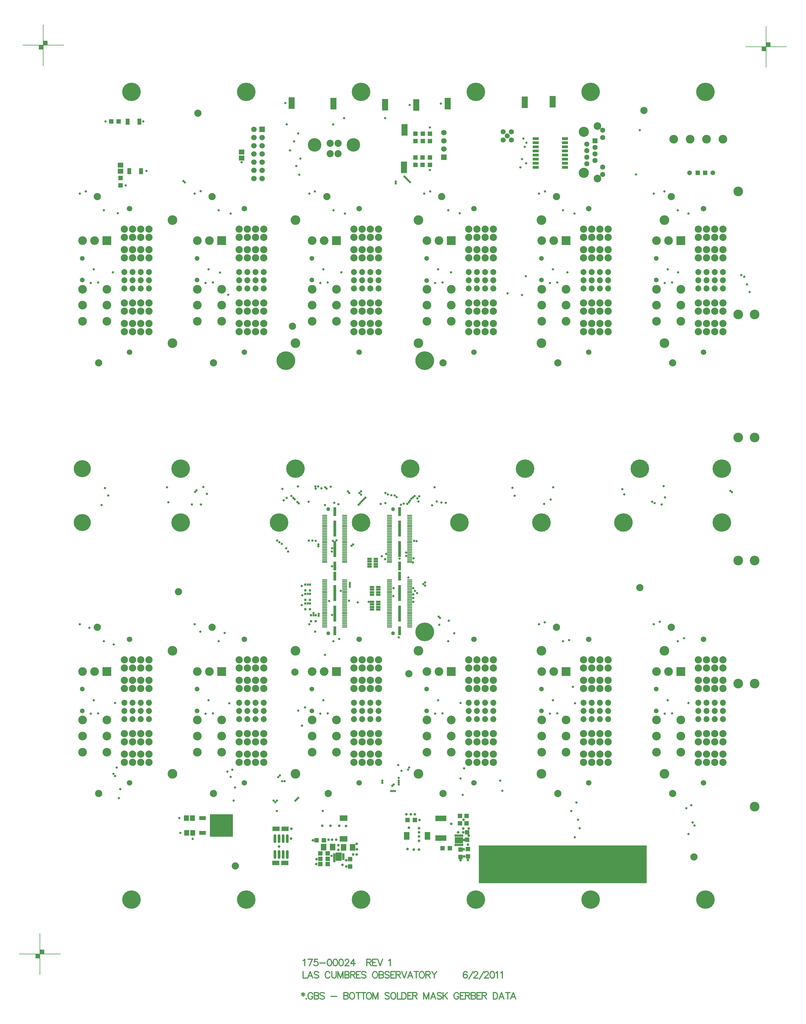
<source format=gbs>
%FSLAX23Y23*%
%MOIN*%
G70*
G01*
G75*
G04 Layer_Color=16711935*
%ADD10R,0.035X0.037*%
%ADD11R,0.035X0.037*%
%ADD12R,0.036X0.036*%
%ADD13R,0.036X0.028*%
%ADD14R,0.050X0.050*%
%ADD15R,0.050X0.050*%
%ADD16C,0.005*%
%ADD17C,0.010*%
%ADD18C,0.050*%
%ADD19C,0.012*%
%ADD20C,0.012*%
%ADD21C,0.008*%
%ADD22C,0.012*%
%ADD23C,0.157*%
%ADD24C,0.079*%
%ADD25C,0.020*%
%ADD26C,0.220*%
%ADD27C,0.039*%
%ADD28C,0.055*%
%ADD29R,0.055X0.055*%
%ADD30C,0.116*%
%ADD31C,0.085*%
%ADD32R,0.098X0.098*%
%ADD33C,0.098*%
%ADD34C,0.080*%
%ADD35C,0.065*%
%ADD36C,0.059*%
%ADD37C,0.055*%
%ADD38R,0.059X0.059*%
%ADD39C,0.110*%
%ADD40C,0.217*%
%ADD41C,0.200*%
%ADD42C,0.026*%
%ADD43C,0.050*%
%ADD44C,0.024*%
%ADD45C,0.025*%
%ADD46C,0.040*%
%ADD47C,0.131*%
%ADD48C,0.076*%
%ADD49C,0.206*%
%ADD50C,0.080*%
%ADD51C,0.075*%
%ADD52C,0.168*%
%ADD53C,0.102*%
%ADD54C,0.091*%
G04:AMPARAMS|DCode=55|XSize=111.181mil|YSize=111.181mil|CornerRadius=0mil|HoleSize=0mil|Usage=FLASHONLY|Rotation=0.000|XOffset=0mil|YOffset=0mil|HoleType=Round|Shape=Relief|Width=30mil|Gap=10mil|Entries=4|*
%AMTHD55*
7,0,0,0.111,0.091,0.030,45*
%
%ADD55THD55*%
G04:AMPARAMS|DCode=56|XSize=112mil|YSize=112mil|CornerRadius=0mil|HoleSize=0mil|Usage=FLASHONLY|Rotation=0.000|XOffset=0mil|YOffset=0mil|HoleType=Round|Shape=Relief|Width=30mil|Gap=10mil|Entries=4|*
%AMTHD56*
7,0,0,0.112,0.092,0.030,45*
%
%ADD56THD56*%
%ADD57C,0.092*%
%ADD58C,0.138*%
%ADD59C,0.073*%
%ADD60C,0.099*%
G04:AMPARAMS|DCode=61|XSize=119.055mil|YSize=119.055mil|CornerRadius=0mil|HoleSize=0mil|Usage=FLASHONLY|Rotation=0.000|XOffset=0mil|YOffset=0mil|HoleType=Round|Shape=Relief|Width=30mil|Gap=10mil|Entries=4|*
%AMTHD61*
7,0,0,0.119,0.099,0.030,45*
%
%ADD61THD61*%
%ADD62C,0.075*%
G04:AMPARAMS|DCode=63|XSize=130mil|YSize=130mil|CornerRadius=0mil|HoleSize=0mil|Usage=FLASHONLY|Rotation=0.000|XOffset=0mil|YOffset=0mil|HoleType=Round|Shape=Relief|Width=30mil|Gap=10mil|Entries=4|*
%AMTHD63*
7,0,0,0.130,0.110,0.030,45*
%
%ADD63THD63*%
%ADD64C,0.168*%
%ADD65C,0.053*%
G04:AMPARAMS|DCode=66|XSize=88mil|YSize=88mil|CornerRadius=0mil|HoleSize=0mil|Usage=FLASHONLY|Rotation=0.000|XOffset=0mil|YOffset=0mil|HoleType=Round|Shape=Relief|Width=30mil|Gap=10mil|Entries=4|*
%AMTHD66*
7,0,0,0.088,0.068,0.030,45*
%
%ADD66THD66*%
G04:AMPARAMS|DCode=67|XSize=70mil|YSize=70mil|CornerRadius=0mil|HoleSize=0mil|Usage=FLASHONLY|Rotation=0.000|XOffset=0mil|YOffset=0mil|HoleType=Round|Shape=Relief|Width=30mil|Gap=10mil|Entries=4|*
%AMTHD67*
7,0,0,0.070,0.050,0.030,45*
%
%ADD67THD67*%
%ADD68C,0.068*%
G04:AMPARAMS|DCode=69|XSize=100mil|YSize=100mil|CornerRadius=0mil|HoleSize=0mil|Usage=FLASHONLY|Rotation=0.000|XOffset=0mil|YOffset=0mil|HoleType=Round|Shape=Relief|Width=10mil|Gap=10mil|Entries=4|*
%AMTHD69*
7,0,0,0.100,0.080,0.010,45*
%
%ADD69THD69*%
G04:AMPARAMS|DCode=70|XSize=70mil|YSize=70mil|CornerRadius=0mil|HoleSize=0mil|Usage=FLASHONLY|Rotation=0.000|XOffset=0mil|YOffset=0mil|HoleType=Round|Shape=Relief|Width=10mil|Gap=10mil|Entries=4|*
%AMTHD70*
7,0,0,0.070,0.050,0.010,45*
%
%ADD70THD70*%
G04:AMPARAMS|DCode=71|XSize=150.551mil|YSize=150.551mil|CornerRadius=0mil|HoleSize=0mil|Usage=FLASHONLY|Rotation=0.000|XOffset=0mil|YOffset=0mil|HoleType=Round|Shape=Relief|Width=10mil|Gap=10mil|Entries=4|*
%AMTHD71*
7,0,0,0.151,0.131,0.010,45*
%
%ADD71THD71*%
G04:AMPARAMS|DCode=72|XSize=96.221mil|YSize=96.221mil|CornerRadius=0mil|HoleSize=0mil|Usage=FLASHONLY|Rotation=0.000|XOffset=0mil|YOffset=0mil|HoleType=Round|Shape=Relief|Width=10mil|Gap=10mil|Entries=4|*
%AMTHD72*
7,0,0,0.096,0.076,0.010,45*
%
%ADD72THD72*%
G04:AMPARAMS|DCode=73|XSize=95mil|YSize=95mil|CornerRadius=0mil|HoleSize=0mil|Usage=FLASHONLY|Rotation=0.000|XOffset=0mil|YOffset=0mil|HoleType=Round|Shape=Relief|Width=10mil|Gap=10mil|Entries=4|*
%AMTHD73*
7,0,0,0.095,0.075,0.010,45*
%
%ADD73THD73*%
G04:AMPARAMS|DCode=74|XSize=122mil|YSize=122mil|CornerRadius=0mil|HoleSize=0mil|Usage=FLASHONLY|Rotation=0.000|XOffset=0mil|YOffset=0mil|HoleType=Round|Shape=Relief|Width=10mil|Gap=10mil|Entries=4|*
%AMTHD74*
7,0,0,0.122,0.102,0.010,45*
%
%ADD74THD74*%
G04:AMPARAMS|DCode=75|XSize=112mil|YSize=112mil|CornerRadius=0mil|HoleSize=0mil|Usage=FLASHONLY|Rotation=0.000|XOffset=0mil|YOffset=0mil|HoleType=Round|Shape=Relief|Width=10mil|Gap=10mil|Entries=4|*
%AMTHD75*
7,0,0,0.112,0.092,0.010,45*
%
%ADD75THD75*%
G04:AMPARAMS|DCode=76|XSize=93.465mil|YSize=93.465mil|CornerRadius=0mil|HoleSize=0mil|Usage=FLASHONLY|Rotation=0.000|XOffset=0mil|YOffset=0mil|HoleType=Round|Shape=Relief|Width=10mil|Gap=10mil|Entries=4|*
%AMTHD76*
7,0,0,0.093,0.073,0.010,45*
%
%ADD76THD76*%
G04:AMPARAMS|DCode=77|XSize=95.433mil|YSize=95.433mil|CornerRadius=0mil|HoleSize=0mil|Usage=FLASHONLY|Rotation=0.000|XOffset=0mil|YOffset=0mil|HoleType=Round|Shape=Relief|Width=10mil|Gap=10mil|Entries=4|*
%AMTHD77*
7,0,0,0.095,0.075,0.010,45*
%
%ADD77THD77*%
G04:AMPARAMS|DCode=78|XSize=72.992mil|YSize=72.992mil|CornerRadius=0mil|HoleSize=0mil|Usage=FLASHONLY|Rotation=0.000|XOffset=0mil|YOffset=0mil|HoleType=Round|Shape=Relief|Width=10mil|Gap=10mil|Entries=4|*
%AMTHD78*
7,0,0,0.073,0.053,0.010,45*
%
%ADD78THD78*%
G04:AMPARAMS|DCode=79|XSize=88mil|YSize=88mil|CornerRadius=0mil|HoleSize=0mil|Usage=FLASHONLY|Rotation=0.000|XOffset=0mil|YOffset=0mil|HoleType=Round|Shape=Relief|Width=10mil|Gap=10mil|Entries=4|*
%AMTHD79*
7,0,0,0.088,0.068,0.010,45*
%
%ADD79THD79*%
%ADD80R,0.075X0.037*%
%ADD81R,0.272X0.268*%
%ADD82R,0.057X0.012*%
%ADD83R,0.025X0.185*%
%ADD84R,0.025X0.100*%
%ADD85R,0.016X0.020*%
%ADD86R,0.020X0.020*%
%ADD87R,0.070X0.135*%
%ADD88R,0.078X0.048*%
%ADD89R,0.063X0.075*%
%ADD90O,0.028X0.098*%
%ADD91R,0.045X0.017*%
%ADD92R,0.087X0.059*%
%ADD93R,0.126X0.060*%
%ADD94R,0.065X0.094*%
%ADD95O,0.027X0.010*%
%ADD96R,0.094X0.065*%
%ADD97O,0.010X0.024*%
%ADD98R,0.040X0.067*%
%ADD99R,0.051X0.059*%
%ADD100R,0.070X0.025*%
%ADD101R,0.059X0.051*%
%ADD102R,0.059X0.087*%
%ADD103C,0.020*%
%ADD104C,0.030*%
%ADD105C,0.010*%
%ADD106C,0.010*%
%ADD107C,0.008*%
%ADD108C,0.006*%
%ADD109C,0.007*%
%ADD110R,0.384X0.322*%
%ADD111R,0.043X0.045*%
%ADD112R,0.043X0.045*%
%ADD113R,0.044X0.044*%
%ADD114R,0.044X0.036*%
%ADD115R,0.058X0.058*%
%ADD116R,0.058X0.058*%
%ADD117C,0.165*%
%ADD118C,0.087*%
%ADD119C,0.028*%
%ADD120C,0.228*%
%ADD121C,0.047*%
%ADD122C,0.063*%
%ADD123R,0.063X0.063*%
%ADD124C,0.124*%
%ADD125C,0.093*%
%ADD126R,0.106X0.106*%
%ADD127C,0.106*%
%ADD128C,0.088*%
%ADD129C,0.073*%
%ADD130C,0.067*%
%ADD131C,0.063*%
%ADD132R,0.067X0.067*%
%ADD133C,0.118*%
%ADD134C,0.225*%
%ADD135C,0.208*%
%ADD136C,0.058*%
%ADD137C,0.032*%
%ADD138R,2.051X0.460*%
%ADD139R,0.083X0.045*%
%ADD140R,0.280X0.276*%
%ADD141R,0.061X0.016*%
%ADD142R,0.033X0.193*%
%ADD143R,0.033X0.108*%
%ADD144R,0.024X0.028*%
%ADD145R,0.028X0.028*%
%ADD146R,0.078X0.143*%
%ADD147R,0.086X0.056*%
%ADD148R,0.071X0.083*%
%ADD149O,0.036X0.106*%
%ADD150R,0.053X0.025*%
%ADD151R,0.095X0.067*%
%ADD152R,0.134X0.068*%
%ADD153R,0.073X0.102*%
%ADD154O,0.035X0.018*%
%ADD155R,0.102X0.073*%
%ADD156O,0.018X0.032*%
%ADD157R,0.048X0.075*%
%ADD158R,0.059X0.067*%
%ADD159R,0.078X0.033*%
%ADD160R,0.067X0.059*%
%ADD161R,0.067X0.095*%
%ADD162C,0.034*%
D19*
X32136Y17353D02*
X32144Y17357D01*
X32155Y17369D01*
Y17289D01*
X32248Y17369D02*
X32210Y17289D01*
X32195Y17369D02*
X32248D01*
X32312D02*
X32274D01*
X32270Y17334D01*
X32274Y17338D01*
X32285Y17342D01*
X32296D01*
X32308Y17338D01*
X32315Y17330D01*
X32319Y17319D01*
Y17311D01*
X32315Y17300D01*
X32308Y17292D01*
X32296Y17289D01*
X32285D01*
X32274Y17292D01*
X32270Y17296D01*
X32266Y17304D01*
X32337Y17323D02*
X32406D01*
X32452Y17369D02*
X32441Y17365D01*
X32433Y17353D01*
X32429Y17334D01*
Y17323D01*
X32433Y17304D01*
X32441Y17292D01*
X32452Y17289D01*
X32460D01*
X32471Y17292D01*
X32479Y17304D01*
X32483Y17323D01*
Y17334D01*
X32479Y17353D01*
X32471Y17365D01*
X32460Y17369D01*
X32452D01*
X32523D02*
X32512Y17365D01*
X32504Y17353D01*
X32501Y17334D01*
Y17323D01*
X32504Y17304D01*
X32512Y17292D01*
X32523Y17289D01*
X32531D01*
X32542Y17292D01*
X32550Y17304D01*
X32554Y17323D01*
Y17334D01*
X32550Y17353D01*
X32542Y17365D01*
X32531Y17369D01*
X32523D01*
X32595D02*
X32583Y17365D01*
X32576Y17353D01*
X32572Y17334D01*
Y17323D01*
X32576Y17304D01*
X32583Y17292D01*
X32595Y17289D01*
X32602D01*
X32614Y17292D01*
X32621Y17304D01*
X32625Y17323D01*
Y17334D01*
X32621Y17353D01*
X32614Y17365D01*
X32602Y17369D01*
X32595D01*
X32647Y17350D02*
Y17353D01*
X32651Y17361D01*
X32654Y17365D01*
X32662Y17369D01*
X32677D01*
X32685Y17365D01*
X32689Y17361D01*
X32692Y17353D01*
Y17346D01*
X32689Y17338D01*
X32681Y17327D01*
X32643Y17289D01*
X32696D01*
X32752Y17369D02*
X32714Y17315D01*
X32771D01*
X32752Y17369D02*
Y17289D01*
X32911Y17369D02*
Y17289D01*
Y17369D02*
X32945D01*
X32957Y17365D01*
X32961Y17361D01*
X32964Y17353D01*
Y17346D01*
X32961Y17338D01*
X32957Y17334D01*
X32945Y17330D01*
X32911D01*
X32938D02*
X32964Y17289D01*
X33032Y17369D02*
X32982D01*
Y17289D01*
X33032D01*
X32982Y17330D02*
X33013D01*
X33045Y17369D02*
X33076Y17289D01*
X33106Y17369D02*
X33076Y17289D01*
X33179Y17353D02*
X33187Y17357D01*
X33198Y17369D01*
Y17289D01*
D20*
X32134Y16963D02*
Y16917D01*
X32115Y16952D02*
X32153Y16929D01*
Y16952D02*
X32115Y16929D01*
X32173Y16891D02*
X32169Y16887D01*
X32173Y16883D01*
X32177Y16887D01*
X32173Y16891D01*
X32252Y16944D02*
X32248Y16952D01*
X32240Y16959D01*
X32233Y16963D01*
X32217D01*
X32210Y16959D01*
X32202Y16952D01*
X32198Y16944D01*
X32195Y16933D01*
Y16913D01*
X32198Y16902D01*
X32202Y16894D01*
X32210Y16887D01*
X32217Y16883D01*
X32233D01*
X32240Y16887D01*
X32248Y16894D01*
X32252Y16902D01*
Y16913D01*
X32233D02*
X32252D01*
X32270Y16963D02*
Y16883D01*
Y16963D02*
X32304D01*
X32316Y16959D01*
X32320Y16955D01*
X32323Y16948D01*
Y16940D01*
X32320Y16933D01*
X32316Y16929D01*
X32304Y16925D01*
X32270D02*
X32304D01*
X32316Y16921D01*
X32320Y16917D01*
X32323Y16910D01*
Y16898D01*
X32320Y16891D01*
X32316Y16887D01*
X32304Y16883D01*
X32270D01*
X32395Y16952D02*
X32387Y16959D01*
X32376Y16963D01*
X32360D01*
X32349Y16959D01*
X32341Y16952D01*
Y16944D01*
X32345Y16936D01*
X32349Y16933D01*
X32356Y16929D01*
X32379Y16921D01*
X32387Y16917D01*
X32391Y16913D01*
X32395Y16906D01*
Y16894D01*
X32387Y16887D01*
X32376Y16883D01*
X32360D01*
X32349Y16887D01*
X32341Y16894D01*
X32475Y16917D02*
X32544D01*
X32630Y16963D02*
Y16883D01*
Y16963D02*
X32665D01*
X32676Y16959D01*
X32680Y16955D01*
X32684Y16948D01*
Y16940D01*
X32680Y16933D01*
X32676Y16929D01*
X32665Y16925D01*
X32630D02*
X32665D01*
X32676Y16921D01*
X32680Y16917D01*
X32684Y16910D01*
Y16898D01*
X32680Y16891D01*
X32676Y16887D01*
X32665Y16883D01*
X32630D01*
X32724Y16963D02*
X32717Y16959D01*
X32709Y16952D01*
X32705Y16944D01*
X32702Y16933D01*
Y16913D01*
X32705Y16902D01*
X32709Y16894D01*
X32717Y16887D01*
X32724Y16883D01*
X32740D01*
X32747Y16887D01*
X32755Y16894D01*
X32759Y16902D01*
X32762Y16913D01*
Y16933D01*
X32759Y16944D01*
X32755Y16952D01*
X32747Y16959D01*
X32740Y16963D01*
X32724D01*
X32808D02*
Y16883D01*
X32781Y16963D02*
X32834D01*
X32871D02*
Y16883D01*
X32844Y16963D02*
X32897D01*
X32930D02*
X32922Y16959D01*
X32914Y16952D01*
X32911Y16944D01*
X32907Y16933D01*
Y16913D01*
X32911Y16902D01*
X32914Y16894D01*
X32922Y16887D01*
X32930Y16883D01*
X32945D01*
X32953Y16887D01*
X32960Y16894D01*
X32964Y16902D01*
X32968Y16913D01*
Y16933D01*
X32964Y16944D01*
X32960Y16952D01*
X32953Y16959D01*
X32945Y16963D01*
X32930D01*
X32986D02*
Y16883D01*
Y16963D02*
X33017Y16883D01*
X33047Y16963D02*
X33017Y16883D01*
X33047Y16963D02*
Y16883D01*
X33186Y16952D02*
X33179Y16959D01*
X33167Y16963D01*
X33152D01*
X33141Y16959D01*
X33133Y16952D01*
Y16944D01*
X33137Y16936D01*
X33141Y16933D01*
X33148Y16929D01*
X33171Y16921D01*
X33179Y16917D01*
X33183Y16913D01*
X33186Y16906D01*
Y16894D01*
X33179Y16887D01*
X33167Y16883D01*
X33152D01*
X33141Y16887D01*
X33133Y16894D01*
X33227Y16963D02*
X33220Y16959D01*
X33212Y16952D01*
X33208Y16944D01*
X33204Y16933D01*
Y16913D01*
X33208Y16902D01*
X33212Y16894D01*
X33220Y16887D01*
X33227Y16883D01*
X33242D01*
X33250Y16887D01*
X33258Y16894D01*
X33261Y16902D01*
X33265Y16913D01*
Y16933D01*
X33261Y16944D01*
X33258Y16952D01*
X33250Y16959D01*
X33242Y16963D01*
X33227D01*
X33284D02*
Y16883D01*
X33330D01*
X33338Y16963D02*
Y16883D01*
Y16963D02*
X33365D01*
X33376Y16959D01*
X33384Y16952D01*
X33388Y16944D01*
X33392Y16933D01*
Y16913D01*
X33388Y16902D01*
X33384Y16894D01*
X33376Y16887D01*
X33365Y16883D01*
X33338D01*
X33459Y16963D02*
X33410D01*
Y16883D01*
X33459D01*
X33410Y16925D02*
X33440D01*
X33472Y16963D02*
Y16883D01*
Y16963D02*
X33507D01*
X33518Y16959D01*
X33522Y16955D01*
X33526Y16948D01*
Y16940D01*
X33522Y16933D01*
X33518Y16929D01*
X33507Y16925D01*
X33472D01*
X33499D02*
X33526Y16883D01*
X33606Y16963D02*
Y16883D01*
Y16963D02*
X33637Y16883D01*
X33667Y16963D02*
X33637Y16883D01*
X33667Y16963D02*
Y16883D01*
X33751D02*
X33721Y16963D01*
X33690Y16883D01*
X33702Y16910D02*
X33740D01*
X33823Y16952D02*
X33816Y16959D01*
X33804Y16963D01*
X33789D01*
X33778Y16959D01*
X33770Y16952D01*
Y16944D01*
X33774Y16936D01*
X33778Y16933D01*
X33785Y16929D01*
X33808Y16921D01*
X33816Y16917D01*
X33819Y16913D01*
X33823Y16906D01*
Y16894D01*
X33816Y16887D01*
X33804Y16883D01*
X33789D01*
X33778Y16887D01*
X33770Y16894D01*
X33841Y16963D02*
Y16883D01*
X33894Y16963D02*
X33841Y16910D01*
X33860Y16929D02*
X33894Y16883D01*
X34032Y16944D02*
X34028Y16952D01*
X34021Y16959D01*
X34013Y16963D01*
X33998D01*
X33990Y16959D01*
X33983Y16952D01*
X33979Y16944D01*
X33975Y16933D01*
Y16913D01*
X33979Y16902D01*
X33983Y16894D01*
X33990Y16887D01*
X33998Y16883D01*
X34013D01*
X34021Y16887D01*
X34028Y16894D01*
X34032Y16902D01*
Y16913D01*
X34013D02*
X34032D01*
X34100Y16963D02*
X34051D01*
Y16883D01*
X34100D01*
X34051Y16925D02*
X34081D01*
X34113Y16963D02*
Y16883D01*
Y16963D02*
X34148D01*
X34159Y16959D01*
X34163Y16955D01*
X34167Y16948D01*
Y16940D01*
X34163Y16933D01*
X34159Y16929D01*
X34148Y16925D01*
X34113D01*
X34140D02*
X34167Y16883D01*
X34185Y16963D02*
Y16883D01*
Y16963D02*
X34219D01*
X34230Y16959D01*
X34234Y16955D01*
X34238Y16948D01*
Y16940D01*
X34234Y16933D01*
X34230Y16929D01*
X34219Y16925D01*
X34185D02*
X34219D01*
X34230Y16921D01*
X34234Y16917D01*
X34238Y16910D01*
Y16898D01*
X34234Y16891D01*
X34230Y16887D01*
X34219Y16883D01*
X34185D01*
X34305Y16963D02*
X34256D01*
Y16883D01*
X34305D01*
X34256Y16925D02*
X34286D01*
X34319Y16963D02*
Y16883D01*
Y16963D02*
X34353D01*
X34364Y16959D01*
X34368Y16955D01*
X34372Y16948D01*
Y16940D01*
X34368Y16933D01*
X34364Y16929D01*
X34353Y16925D01*
X34319D01*
X34345D02*
X34372Y16883D01*
X34453Y16963D02*
Y16883D01*
Y16963D02*
X34479D01*
X34491Y16959D01*
X34498Y16952D01*
X34502Y16944D01*
X34506Y16933D01*
Y16913D01*
X34502Y16902D01*
X34498Y16894D01*
X34491Y16887D01*
X34479Y16883D01*
X34453D01*
X34585D02*
X34554Y16963D01*
X34524Y16883D01*
X34535Y16910D02*
X34574D01*
X34630Y16963D02*
Y16883D01*
X34604Y16963D02*
X34657D01*
X34727Y16883D02*
X34697Y16963D01*
X34666Y16883D01*
X34678Y16910D02*
X34716D01*
D21*
X37781Y28243D02*
Y28743D01*
X37531Y28493D02*
X38031D01*
X37731Y28443D02*
X37781D01*
X37731D02*
Y28493D01*
X37781Y28543D02*
X37831D01*
Y28493D02*
Y28543D01*
X37786Y28498D02*
Y28538D01*
X37826D01*
Y28498D02*
Y28538D01*
X37786Y28498D02*
X37826D01*
X37791Y28503D02*
Y28533D01*
X37821D01*
Y28503D02*
Y28533D01*
X37796Y28503D02*
X37821D01*
X37796Y28508D02*
Y28528D01*
X37816D01*
Y28508D02*
Y28528D01*
X37801Y28508D02*
X37816D01*
X37801Y28513D02*
Y28523D01*
X37811D01*
Y28513D02*
Y28523D01*
X37801Y28513D02*
X37811D01*
X37806D02*
Y28523D01*
X37736Y28448D02*
Y28488D01*
X37776D01*
Y28448D02*
Y28488D01*
X37736Y28448D02*
X37776D01*
X37741Y28453D02*
Y28483D01*
X37771D01*
Y28453D02*
Y28483D01*
X37746Y28453D02*
X37771D01*
X37746Y28458D02*
Y28478D01*
X37766D01*
Y28458D02*
Y28478D01*
X37751Y28458D02*
X37766D01*
X37751Y28463D02*
Y28473D01*
X37761D01*
Y28463D02*
Y28473D01*
X37751Y28463D02*
X37761D01*
X37756D02*
Y28473D01*
X28965Y28263D02*
Y28763D01*
X28715Y28513D02*
X29215D01*
X28915Y28463D02*
X28965D01*
X28915D02*
Y28513D01*
X28965Y28563D02*
X29015D01*
Y28513D02*
Y28563D01*
X28970Y28518D02*
Y28558D01*
X29010D01*
Y28518D02*
Y28558D01*
X28970Y28518D02*
X29010D01*
X28975Y28523D02*
Y28553D01*
X29005D01*
Y28523D02*
Y28553D01*
X28980Y28523D02*
X29005D01*
X28980Y28528D02*
Y28548D01*
X29000D01*
Y28528D02*
Y28548D01*
X28985Y28528D02*
X29000D01*
X28985Y28533D02*
Y28543D01*
X28995D01*
Y28533D02*
Y28543D01*
X28985Y28533D02*
X28995D01*
X28990D02*
Y28543D01*
X28920Y28468D02*
Y28508D01*
X28960D01*
Y28468D02*
Y28508D01*
X28920Y28468D02*
X28960D01*
X28925Y28473D02*
Y28503D01*
X28955D01*
Y28473D02*
Y28503D01*
X28930Y28473D02*
X28955D01*
X28930Y28478D02*
Y28498D01*
X28950D01*
Y28478D02*
Y28498D01*
X28935Y28478D02*
X28950D01*
X28935Y28483D02*
Y28493D01*
X28945D01*
Y28483D02*
Y28493D01*
X28935Y28483D02*
X28945D01*
X28940D02*
Y28493D01*
X28926Y17184D02*
Y17684D01*
X28676Y17434D02*
X29176D01*
X28876Y17384D02*
X28926D01*
X28876D02*
Y17434D01*
X28926Y17484D02*
X28976D01*
Y17434D02*
Y17484D01*
X28931Y17439D02*
Y17479D01*
X28971D01*
Y17439D02*
Y17479D01*
X28931Y17439D02*
X28971D01*
X28936Y17444D02*
Y17474D01*
X28966D01*
Y17444D02*
Y17474D01*
X28941Y17444D02*
X28966D01*
X28941Y17449D02*
Y17469D01*
X28961D01*
Y17449D02*
Y17469D01*
X28946Y17449D02*
X28961D01*
X28946Y17454D02*
Y17464D01*
X28956D01*
Y17454D02*
Y17464D01*
X28946Y17454D02*
X28956D01*
X28951D02*
Y17464D01*
X28881Y17389D02*
Y17429D01*
X28921D01*
Y17389D02*
Y17429D01*
X28881Y17389D02*
X28921D01*
X28886Y17394D02*
Y17424D01*
X28916D01*
Y17394D02*
Y17424D01*
X28891Y17394D02*
X28916D01*
X28891Y17399D02*
Y17419D01*
X28911D01*
Y17399D02*
Y17419D01*
X28896Y17399D02*
X28911D01*
X28896Y17404D02*
Y17414D01*
X28906D01*
Y17404D02*
Y17414D01*
X28896Y17404D02*
X28906D01*
X28901D02*
Y17414D01*
D22*
X32136Y17219D02*
Y17139D01*
X32182D01*
X32251D02*
X32221Y17219D01*
X32190Y17139D01*
X32202Y17165D02*
X32240D01*
X32323Y17207D02*
X32316Y17215D01*
X32304Y17219D01*
X32289D01*
X32278Y17215D01*
X32270Y17207D01*
Y17200D01*
X32274Y17192D01*
X32278Y17188D01*
X32285Y17184D01*
X32308Y17177D01*
X32316Y17173D01*
X32320Y17169D01*
X32323Y17161D01*
Y17150D01*
X32316Y17142D01*
X32304Y17139D01*
X32289D01*
X32278Y17142D01*
X32270Y17150D01*
X32461Y17200D02*
X32457Y17207D01*
X32450Y17215D01*
X32442Y17219D01*
X32427D01*
X32419Y17215D01*
X32412Y17207D01*
X32408Y17200D01*
X32404Y17188D01*
Y17169D01*
X32408Y17158D01*
X32412Y17150D01*
X32419Y17142D01*
X32427Y17139D01*
X32442D01*
X32450Y17142D01*
X32457Y17150D01*
X32461Y17158D01*
X32484Y17219D02*
Y17161D01*
X32488Y17150D01*
X32495Y17142D01*
X32507Y17139D01*
X32514D01*
X32526Y17142D01*
X32533Y17150D01*
X32537Y17161D01*
Y17219D01*
X32559D02*
Y17139D01*
Y17219D02*
X32590Y17139D01*
X32620Y17219D02*
X32590Y17139D01*
X32620Y17219D02*
Y17139D01*
X32643Y17219D02*
Y17139D01*
Y17219D02*
X32677D01*
X32689Y17215D01*
X32692Y17211D01*
X32696Y17203D01*
Y17196D01*
X32692Y17188D01*
X32689Y17184D01*
X32677Y17180D01*
X32643D02*
X32677D01*
X32689Y17177D01*
X32692Y17173D01*
X32696Y17165D01*
Y17154D01*
X32692Y17146D01*
X32689Y17142D01*
X32677Y17139D01*
X32643D01*
X32714Y17219D02*
Y17139D01*
Y17219D02*
X32748D01*
X32760Y17215D01*
X32764Y17211D01*
X32768Y17203D01*
Y17196D01*
X32764Y17188D01*
X32760Y17184D01*
X32748Y17180D01*
X32714D01*
X32741D02*
X32768Y17139D01*
X32835Y17219D02*
X32785D01*
Y17139D01*
X32835D01*
X32785Y17180D02*
X32816D01*
X32902Y17207D02*
X32894Y17215D01*
X32883Y17219D01*
X32867D01*
X32856Y17215D01*
X32848Y17207D01*
Y17200D01*
X32852Y17192D01*
X32856Y17188D01*
X32863Y17184D01*
X32886Y17177D01*
X32894Y17173D01*
X32898Y17169D01*
X32902Y17161D01*
Y17150D01*
X32894Y17142D01*
X32883Y17139D01*
X32867D01*
X32856Y17142D01*
X32848Y17150D01*
X33005Y17219D02*
X32998Y17215D01*
X32990Y17207D01*
X32986Y17200D01*
X32982Y17188D01*
Y17169D01*
X32986Y17158D01*
X32990Y17150D01*
X32998Y17142D01*
X33005Y17139D01*
X33020D01*
X33028Y17142D01*
X33036Y17150D01*
X33039Y17158D01*
X33043Y17169D01*
Y17188D01*
X33039Y17200D01*
X33036Y17207D01*
X33028Y17215D01*
X33020Y17219D01*
X33005D01*
X33062D02*
Y17139D01*
Y17219D02*
X33096D01*
X33108Y17215D01*
X33111Y17211D01*
X33115Y17203D01*
Y17196D01*
X33111Y17188D01*
X33108Y17184D01*
X33096Y17180D01*
X33062D02*
X33096D01*
X33108Y17177D01*
X33111Y17173D01*
X33115Y17165D01*
Y17154D01*
X33111Y17146D01*
X33108Y17142D01*
X33096Y17139D01*
X33062D01*
X33186Y17207D02*
X33179Y17215D01*
X33167Y17219D01*
X33152D01*
X33141Y17215D01*
X33133Y17207D01*
Y17200D01*
X33137Y17192D01*
X33141Y17188D01*
X33148Y17184D01*
X33171Y17177D01*
X33179Y17173D01*
X33183Y17169D01*
X33186Y17161D01*
Y17150D01*
X33179Y17142D01*
X33167Y17139D01*
X33152D01*
X33141Y17142D01*
X33133Y17150D01*
X33254Y17219D02*
X33204D01*
Y17139D01*
X33254D01*
X33204Y17180D02*
X33235D01*
X33267Y17219D02*
Y17139D01*
Y17219D02*
X33301D01*
X33313Y17215D01*
X33317Y17211D01*
X33321Y17203D01*
Y17196D01*
X33317Y17188D01*
X33313Y17184D01*
X33301Y17180D01*
X33267D01*
X33294D02*
X33321Y17139D01*
X33338Y17219D02*
X33369Y17139D01*
X33399Y17219D02*
X33369Y17139D01*
X33471D02*
X33440Y17219D01*
X33410Y17139D01*
X33421Y17165D02*
X33459D01*
X33516Y17219D02*
Y17139D01*
X33489Y17219D02*
X33543D01*
X33575D02*
X33567Y17215D01*
X33560Y17207D01*
X33556Y17200D01*
X33552Y17188D01*
Y17169D01*
X33556Y17158D01*
X33560Y17150D01*
X33567Y17142D01*
X33575Y17139D01*
X33590D01*
X33598Y17142D01*
X33605Y17150D01*
X33609Y17158D01*
X33613Y17169D01*
Y17188D01*
X33609Y17200D01*
X33605Y17207D01*
X33598Y17215D01*
X33590Y17219D01*
X33575D01*
X33632D02*
Y17139D01*
Y17219D02*
X33666D01*
X33677Y17215D01*
X33681Y17211D01*
X33685Y17203D01*
Y17196D01*
X33681Y17188D01*
X33677Y17184D01*
X33666Y17180D01*
X33632D01*
X33658D02*
X33685Y17139D01*
X33703Y17219D02*
X33733Y17180D01*
Y17139D01*
X33764Y17219D02*
X33733Y17180D01*
X34134Y17207D02*
X34130Y17215D01*
X34119Y17219D01*
X34111D01*
X34100Y17215D01*
X34092Y17203D01*
X34088Y17184D01*
Y17165D01*
X34092Y17150D01*
X34100Y17142D01*
X34111Y17139D01*
X34115D01*
X34126Y17142D01*
X34134Y17150D01*
X34138Y17161D01*
Y17165D01*
X34134Y17177D01*
X34126Y17184D01*
X34115Y17188D01*
X34111D01*
X34100Y17184D01*
X34092Y17177D01*
X34088Y17165D01*
X34155Y17127D02*
X34209Y17219D01*
X34218Y17200D02*
Y17203D01*
X34222Y17211D01*
X34225Y17215D01*
X34233Y17219D01*
X34248D01*
X34256Y17215D01*
X34260Y17211D01*
X34264Y17203D01*
Y17196D01*
X34260Y17188D01*
X34252Y17177D01*
X34214Y17139D01*
X34267D01*
X34285Y17127D02*
X34339Y17219D01*
X34348Y17200D02*
Y17203D01*
X34352Y17211D01*
X34355Y17215D01*
X34363Y17219D01*
X34378D01*
X34386Y17215D01*
X34390Y17211D01*
X34393Y17203D01*
Y17196D01*
X34390Y17188D01*
X34382Y17177D01*
X34344Y17139D01*
X34397D01*
X34438Y17219D02*
X34427Y17215D01*
X34419Y17203D01*
X34415Y17184D01*
Y17173D01*
X34419Y17154D01*
X34427Y17142D01*
X34438Y17139D01*
X34446D01*
X34457Y17142D01*
X34465Y17154D01*
X34468Y17173D01*
Y17184D01*
X34465Y17203D01*
X34457Y17215D01*
X34446Y17219D01*
X34438D01*
X34486Y17203D02*
X34494Y17207D01*
X34505Y17219D01*
Y17139D01*
X34545Y17203D02*
X34553Y17207D01*
X34564Y17219D01*
Y17139D01*
D115*
X33595Y27434D02*
D03*
Y27344D02*
D03*
X29907Y26803D02*
D03*
Y26893D02*
D03*
X34049Y19028D02*
D03*
Y19118D02*
D03*
X34129Y19028D02*
D03*
Y19118D02*
D03*
X34054Y18618D02*
D03*
Y18708D02*
D03*
X34144Y18713D02*
D03*
Y18623D02*
D03*
X34134Y18918D02*
D03*
Y18828D02*
D03*
X32708Y18591D02*
D03*
Y18501D02*
D03*
X33505Y27144D02*
D03*
Y27054D02*
D03*
Y27344D02*
D03*
Y27434D02*
D03*
X33680Y27144D02*
D03*
Y27054D02*
D03*
X33590D02*
D03*
Y27144D02*
D03*
X33680Y27344D02*
D03*
Y27434D02*
D03*
D116*
X36947Y26956D02*
D03*
X37037D02*
D03*
X29793Y27582D02*
D03*
X29883D02*
D03*
X33924Y18723D02*
D03*
X33834D02*
D03*
X33409Y19068D02*
D03*
X33499D02*
D03*
X32344Y18529D02*
D03*
X32434D02*
D03*
X32344Y18659D02*
D03*
X32434D02*
D03*
X32389Y18819D02*
D03*
X32299D02*
D03*
X32434Y18594D02*
D03*
X32344D02*
D03*
D117*
X32749Y27297D02*
D03*
X32275D02*
D03*
D118*
X32561Y27316D02*
D03*
X32463D02*
D03*
Y27190D02*
D03*
X32561D02*
D03*
D119*
X31039Y18902D02*
D03*
Y18961D02*
D03*
Y19020D02*
D03*
Y19079D02*
D03*
X31098Y19098D02*
D03*
Y19039D02*
D03*
Y18980D02*
D03*
Y18921D02*
D03*
X31157Y18902D02*
D03*
Y18961D02*
D03*
Y19020D02*
D03*
Y19079D02*
D03*
X31216Y19098D02*
D03*
Y19039D02*
D03*
Y18980D02*
D03*
Y18921D02*
D03*
X30789Y18838D02*
D03*
X30626Y19090D02*
D03*
X30637Y18911D02*
D03*
X32563Y22916D02*
D03*
X32497Y22471D02*
D03*
X32488Y22160D02*
D03*
X30184Y27582D02*
D03*
X30223Y26979D02*
D03*
X36833Y26461D02*
D03*
X35444D02*
D03*
X34045Y26462D02*
D03*
X32646Y26460D02*
D03*
X31251Y26461D02*
D03*
X29874Y26462D02*
D03*
X33979Y21343D02*
D03*
X36780Y21283D02*
D03*
X35377Y21261D02*
D03*
X31178Y21347D02*
D03*
X32574Y21273D02*
D03*
X29823Y21207D02*
D03*
X36540Y26730D02*
D03*
X35085D02*
D03*
X33684D02*
D03*
X32279D02*
D03*
X30884Y26732D02*
D03*
X29484Y26730D02*
D03*
X36483Y21482D02*
D03*
X35081Y21476D02*
D03*
X33912Y21495D02*
D03*
X32282Y21364D02*
D03*
X30882D02*
D03*
X29529Y21410D02*
D03*
X36240Y27475D02*
D03*
X36196Y26935D02*
D03*
X36390Y22947D02*
D03*
X36421Y22931D02*
D03*
X33806Y21531D02*
D03*
X33789Y21548D02*
D03*
X32326Y21581D02*
D03*
Y21557D02*
D03*
X32680Y23074D02*
D03*
X32726Y22409D02*
D03*
X30834Y23085D02*
D03*
X32320Y22403D02*
D03*
X32743Y22426D02*
D03*
X32699Y23054D02*
D03*
X32320Y22427D02*
D03*
X30817Y23068D02*
D03*
X33263Y26850D02*
D03*
Y26826D02*
D03*
X30674Y26857D02*
D03*
X30691Y26840D02*
D03*
X32487Y21568D02*
D03*
X33488Y22470D02*
D03*
X33392Y22326D02*
D03*
Y22287D02*
D03*
X33481Y22258D02*
D03*
X33473Y22208D02*
D03*
X33311Y22253D02*
D03*
X33149Y22309D02*
D03*
X33136Y22246D02*
D03*
X33238Y21894D02*
D03*
X33236Y21795D02*
D03*
X33300Y21294D02*
D03*
X33419Y22024D02*
D03*
X33479Y21892D02*
D03*
X33523Y21832D02*
D03*
X33479Y21815D02*
D03*
X33477Y21774D02*
D03*
X33479Y21727D02*
D03*
X31383Y27085D02*
D03*
X32074Y27435D02*
D03*
X32024Y27339D02*
D03*
X31975Y27229D02*
D03*
X32101Y27129D02*
D03*
X32050Y27040D02*
D03*
X32088Y26933D02*
D03*
X34784Y27023D02*
D03*
X34856Y27072D02*
D03*
X34803Y27122D02*
D03*
X34838Y27274D02*
D03*
X34857Y27324D02*
D03*
X34820Y27372D02*
D03*
X33622Y21962D02*
D03*
X33438Y26843D02*
D03*
X32706Y21957D02*
D03*
X33602Y21942D02*
D03*
X33421Y26860D02*
D03*
X32706Y21933D02*
D03*
X33370Y26911D02*
D03*
X33387Y26894D02*
D03*
X33622Y21922D02*
D03*
X33404Y26877D02*
D03*
X32706Y21909D02*
D03*
X33794Y21445D02*
D03*
X36705Y21248D02*
D03*
X36410Y21453D02*
D03*
X36635Y20368D02*
D03*
X36545Y20363D02*
D03*
X36580Y20528D02*
D03*
X35305Y21248D02*
D03*
X35010Y21453D02*
D03*
X35235Y20368D02*
D03*
X35145Y20363D02*
D03*
X35180Y20528D02*
D03*
X33905Y21248D02*
D03*
X33835Y20368D02*
D03*
X33745Y20363D02*
D03*
X33780Y20528D02*
D03*
X32505Y21248D02*
D03*
X32210Y21453D02*
D03*
X32435Y20368D02*
D03*
X32345Y20363D02*
D03*
X32380Y20528D02*
D03*
X31105Y21248D02*
D03*
X30810Y21453D02*
D03*
X31035Y20368D02*
D03*
X30945Y20363D02*
D03*
X30980Y20528D02*
D03*
X29705Y21248D02*
D03*
X29410Y21453D02*
D03*
X29635Y20368D02*
D03*
X29545Y20363D02*
D03*
X29580Y20528D02*
D03*
X36705Y26499D02*
D03*
X36410Y26704D02*
D03*
X36635Y25619D02*
D03*
X36545Y25614D02*
D03*
X36580Y25779D02*
D03*
X33905Y26499D02*
D03*
X33610Y26704D02*
D03*
X33835Y25619D02*
D03*
X33745Y25614D02*
D03*
X33780Y25779D02*
D03*
X32505Y26499D02*
D03*
X32210Y26704D02*
D03*
X32435Y25619D02*
D03*
X32345Y25614D02*
D03*
X32380Y25779D02*
D03*
X31105Y26499D02*
D03*
X30810Y26704D02*
D03*
X31035Y25619D02*
D03*
X30945Y25614D02*
D03*
X30980Y25779D02*
D03*
X29705Y26499D02*
D03*
X29410Y26704D02*
D03*
X29635Y25619D02*
D03*
X29545Y25614D02*
D03*
X29580Y25779D02*
D03*
X35305Y26499D02*
D03*
X35010Y26704D02*
D03*
X35235Y25619D02*
D03*
X35145Y25614D02*
D03*
X35180Y25779D02*
D03*
X32481Y18631D02*
D03*
X32260Y21591D02*
D03*
X32119Y21920D02*
D03*
X32123Y21805D02*
D03*
X32118Y21688D02*
D03*
X31815Y19176D02*
D03*
X33680Y27509D02*
D03*
Y26989D02*
D03*
X29972Y26803D02*
D03*
X29723Y27582D02*
D03*
X33552Y23014D02*
D03*
X33540Y22950D02*
D03*
X32810Y22911D02*
D03*
X32421Y23106D02*
D03*
X32359Y23111D02*
D03*
X37345Y23081D02*
D03*
X36709Y25742D02*
D03*
X36549Y23000D02*
D03*
X36530Y23135D02*
D03*
X36508Y22914D02*
D03*
X32827Y22928D02*
D03*
X36028Y23099D02*
D03*
X35359Y25743D02*
D03*
X33528Y22988D02*
D03*
X32404Y23123D02*
D03*
X35183Y23124D02*
D03*
X35155Y22974D02*
D03*
X32844Y22945D02*
D03*
X34689Y23118D02*
D03*
X33763Y22950D02*
D03*
X33937Y25742D02*
D03*
X33739Y23123D02*
D03*
X32861Y22962D02*
D03*
X33274Y23002D02*
D03*
X33250Y23024D02*
D03*
X32515Y22934D02*
D03*
X32602Y25743D02*
D03*
X32200Y22946D02*
D03*
X32878Y22979D02*
D03*
X32065Y22943D02*
D03*
X31898Y22962D02*
D03*
X31882Y23103D02*
D03*
X30961Y23042D02*
D03*
X31122Y25741D02*
D03*
X30888Y22912D02*
D03*
X32895Y22996D02*
D03*
X32082Y22926D02*
D03*
X30491Y22939D02*
D03*
X30474Y23123D02*
D03*
X29757Y23023D02*
D03*
X29813Y25744D02*
D03*
X29678Y22907D02*
D03*
X32802Y21721D02*
D03*
X32934Y21725D02*
D03*
X32694Y21740D02*
D03*
X32452Y21737D02*
D03*
X32593Y21860D02*
D03*
X33498Y21861D02*
D03*
X33429Y19705D02*
D03*
X33414Y19680D02*
D03*
X33238Y19501D02*
D03*
X33221Y19484D02*
D03*
X32373Y19178D02*
D03*
X31794Y19282D02*
D03*
X31846Y22452D02*
D03*
X31832Y19591D02*
D03*
X32489Y22379D02*
D03*
X31928D02*
D03*
X31852Y19611D02*
D03*
X31952Y22341D02*
D03*
X32483Y22340D02*
D03*
X31879Y19539D02*
D03*
X31907D02*
D03*
X33101Y19521D02*
D03*
Y19545D02*
D03*
X29905Y19442D02*
D03*
X29888Y19334D02*
D03*
X29861Y19705D02*
D03*
X29840Y20492D02*
D03*
X29841Y19602D02*
D03*
X29821Y19629D02*
D03*
X31304Y19462D02*
D03*
X31287Y19304D02*
D03*
X31271Y19680D02*
D03*
X31235Y20491D02*
D03*
X31252Y19592D02*
D03*
X31212Y19657D02*
D03*
X33232Y19421D02*
D03*
X33256D02*
D03*
X32076Y19338D02*
D03*
X32059Y19321D02*
D03*
X32042Y19304D02*
D03*
X31774Y19302D02*
D03*
X31817Y22473D02*
D03*
X31814Y19302D02*
D03*
X31874Y22433D02*
D03*
X33208Y19421D02*
D03*
X33302Y19500D02*
D03*
Y19524D02*
D03*
Y19548D02*
D03*
X33301Y19579D02*
D03*
X33336Y19668D02*
D03*
X33296Y19735D02*
D03*
X34538Y19548D02*
D03*
X34564Y19422D02*
D03*
X34099Y19697D02*
D03*
X34056Y20492D02*
D03*
X34080Y19372D02*
D03*
X34054Y19572D02*
D03*
X35509Y18966D02*
D03*
X35489Y19069D02*
D03*
X35468Y19281D02*
D03*
X35451Y20491D02*
D03*
X35448Y18858D02*
D03*
X35423Y20691D02*
D03*
X35404Y19175D02*
D03*
X36908Y18999D02*
D03*
X36885Y19036D02*
D03*
X36868Y19245D02*
D03*
X36834Y20492D02*
D03*
Y18895D02*
D03*
X36807Y19210D02*
D03*
X32400Y21079D02*
D03*
X32073Y20399D02*
D03*
X32157Y20439D02*
D03*
X32122Y20216D02*
D03*
X31220Y25470D02*
D03*
X37479Y25709D02*
D03*
X37513Y25689D02*
D03*
X37549Y25597D02*
D03*
X37582Y25503D02*
D03*
X34627Y25488D02*
D03*
X33433Y27784D02*
D03*
X33815Y27801D02*
D03*
X31919Y27806D02*
D03*
X34850Y25695D02*
D03*
X34803Y25465D02*
D03*
X31933Y27547D02*
D03*
X32502D02*
D03*
X32633Y27623D02*
D03*
X33133D02*
D03*
X33094Y22282D02*
D03*
X33821Y22936D02*
D03*
X33873Y22933D02*
D03*
X33361Y22922D02*
D03*
X33137Y22931D02*
D03*
X29718Y23113D02*
D03*
X30919Y23125D02*
D03*
X32072Y23132D02*
D03*
X32318Y23134D02*
D03*
X32285Y23133D02*
D03*
X32288Y23106D02*
D03*
X32470Y23131D02*
D03*
X30778Y22913D02*
D03*
X31936Y22994D02*
D03*
X32402Y22907D02*
D03*
X33081Y22920D02*
D03*
X33328Y22911D02*
D03*
X33494Y23018D02*
D03*
X33475Y23001D02*
D03*
X33455Y22982D02*
D03*
X33439Y22961D02*
D03*
X33423Y22940D02*
D03*
X33404Y22920D02*
D03*
X33707Y22903D02*
D03*
X35073Y22921D02*
D03*
X33519Y22468D02*
D03*
X32542Y22476D02*
D03*
X32287Y22471D02*
D03*
X32248Y22474D02*
D03*
X32205Y22472D02*
D03*
X32840Y23032D02*
D03*
X32820Y23052D02*
D03*
X32840Y23072D02*
D03*
X32031Y22977D02*
D03*
X34716Y23019D02*
D03*
X32014Y22994D02*
D03*
X36051Y23037D02*
D03*
X31990Y23018D02*
D03*
X37366Y23063D02*
D03*
X33167Y23038D02*
D03*
X33210Y23028D02*
D03*
X33139Y23054D02*
D03*
D120*
X33618Y21360D02*
D03*
Y24667D02*
D03*
X31926D02*
D03*
D121*
X33231Y21343D02*
D03*
Y22858D02*
D03*
X32440Y21343D02*
D03*
Y22858D02*
D03*
D122*
X35593Y27067D02*
D03*
Y27307D02*
D03*
X35693Y27107D02*
D03*
X35593Y27147D02*
D03*
Y27227D02*
D03*
X35693Y27187D02*
D03*
Y27267D02*
D03*
X35788Y27477D02*
D03*
Y27387D02*
D03*
Y27027D02*
D03*
Y26937D02*
D03*
D123*
X35693Y27347D02*
D03*
D124*
X35558Y27457D02*
D03*
Y26957D02*
D03*
D125*
X35725Y27527D02*
D03*
Y26887D02*
D03*
D126*
X33940Y20878D02*
D03*
X36740D02*
D03*
X35340D02*
D03*
X29740Y26129D02*
D03*
X31140D02*
D03*
X32540D02*
D03*
X33940D02*
D03*
X35340D02*
D03*
X36740D02*
D03*
X29740Y20878D02*
D03*
X31140D02*
D03*
X32540D02*
D03*
D127*
X33645D02*
D03*
Y20287D02*
D03*
Y20090D02*
D03*
Y19894D02*
D03*
X33940D02*
D03*
Y20090D02*
D03*
Y20287D02*
D03*
X33792Y20878D02*
D03*
X36592D02*
D03*
X36740Y20287D02*
D03*
Y20090D02*
D03*
Y19894D02*
D03*
X36445D02*
D03*
Y20090D02*
D03*
Y20287D02*
D03*
Y20878D02*
D03*
X36653Y27365D02*
D03*
X36853D02*
D03*
X37053D02*
D03*
X37253D02*
D03*
X35045Y20878D02*
D03*
Y20287D02*
D03*
Y20090D02*
D03*
Y19894D02*
D03*
X35340D02*
D03*
Y20090D02*
D03*
Y20287D02*
D03*
X35192Y20878D02*
D03*
X29592Y26129D02*
D03*
X29740Y25538D02*
D03*
Y25342D02*
D03*
Y25145D02*
D03*
X29445D02*
D03*
Y25342D02*
D03*
Y25538D02*
D03*
Y26129D02*
D03*
X30845D02*
D03*
Y25538D02*
D03*
Y25342D02*
D03*
Y25145D02*
D03*
X31140D02*
D03*
Y25342D02*
D03*
Y25538D02*
D03*
X30992Y26129D02*
D03*
X32392D02*
D03*
X32540Y25538D02*
D03*
Y25342D02*
D03*
Y25145D02*
D03*
X32245D02*
D03*
Y25342D02*
D03*
Y25538D02*
D03*
Y26129D02*
D03*
X33645D02*
D03*
Y25538D02*
D03*
Y25342D02*
D03*
Y25145D02*
D03*
X33940D02*
D03*
Y25342D02*
D03*
Y25538D02*
D03*
X33792Y26129D02*
D03*
X35192D02*
D03*
X35340Y25538D02*
D03*
Y25342D02*
D03*
Y25145D02*
D03*
X35045D02*
D03*
Y25342D02*
D03*
Y25538D02*
D03*
Y26129D02*
D03*
X36445D02*
D03*
Y25538D02*
D03*
Y25342D02*
D03*
Y25145D02*
D03*
X36740D02*
D03*
Y25342D02*
D03*
Y25538D02*
D03*
X36592Y26129D02*
D03*
X29592Y20878D02*
D03*
X29740Y20287D02*
D03*
Y20090D02*
D03*
Y19894D02*
D03*
X29445D02*
D03*
Y20090D02*
D03*
Y20287D02*
D03*
Y20878D02*
D03*
X30845D02*
D03*
Y20287D02*
D03*
Y20090D02*
D03*
Y19894D02*
D03*
X31140D02*
D03*
Y20090D02*
D03*
Y20287D02*
D03*
X30992Y20878D02*
D03*
X32392D02*
D03*
X32540Y20287D02*
D03*
Y20090D02*
D03*
Y19894D02*
D03*
X32245D02*
D03*
Y20090D02*
D03*
Y20287D02*
D03*
Y20878D02*
D03*
D128*
X36956Y20120D02*
D03*
X37056D02*
D03*
X37155D02*
D03*
X37256D02*
D03*
Y20020D02*
D03*
X37155D02*
D03*
X37056D02*
D03*
X36956D02*
D03*
X37256Y19870D02*
D03*
X37155D02*
D03*
X37056D02*
D03*
X36956D02*
D03*
X37256Y19770D02*
D03*
X37155D02*
D03*
X37056D02*
D03*
X36956D02*
D03*
Y20670D02*
D03*
X37056D02*
D03*
X37155D02*
D03*
X37256D02*
D03*
X36956Y20770D02*
D03*
X37056D02*
D03*
X37155D02*
D03*
X37256D02*
D03*
X36956Y20920D02*
D03*
X37056D02*
D03*
X37155D02*
D03*
X37256D02*
D03*
Y21020D02*
D03*
X37155D02*
D03*
X37056D02*
D03*
X36956D02*
D03*
X36292Y27718D02*
D03*
X35556Y25371D02*
D03*
X35656D02*
D03*
X35756D02*
D03*
X35856D02*
D03*
Y25271D02*
D03*
X35756D02*
D03*
X35656D02*
D03*
X35556D02*
D03*
X35856Y25121D02*
D03*
X35756D02*
D03*
X35656D02*
D03*
X35556D02*
D03*
X35856Y25021D02*
D03*
X35756D02*
D03*
X35656D02*
D03*
X35556D02*
D03*
Y25921D02*
D03*
X35656D02*
D03*
X35756D02*
D03*
X35856D02*
D03*
X35556Y26021D02*
D03*
X35656D02*
D03*
X35756D02*
D03*
X35856D02*
D03*
X35556Y26171D02*
D03*
X35656D02*
D03*
X35756D02*
D03*
X35856D02*
D03*
Y26271D02*
D03*
X35756D02*
D03*
X35656D02*
D03*
X35556D02*
D03*
X29956Y25371D02*
D03*
X30056D02*
D03*
X30156D02*
D03*
X30256D02*
D03*
Y25271D02*
D03*
X30156D02*
D03*
X30056D02*
D03*
X29956D02*
D03*
X30256Y25121D02*
D03*
X30156D02*
D03*
X30056D02*
D03*
X29956D02*
D03*
X30256Y25021D02*
D03*
X30156D02*
D03*
X30056D02*
D03*
X29956D02*
D03*
Y25921D02*
D03*
X30056D02*
D03*
X30156D02*
D03*
X30256D02*
D03*
X29956Y26021D02*
D03*
X30056D02*
D03*
X30156D02*
D03*
X30256D02*
D03*
X29956Y26171D02*
D03*
X30056D02*
D03*
X30156D02*
D03*
X30256D02*
D03*
Y26271D02*
D03*
X30156D02*
D03*
X30056D02*
D03*
X29956D02*
D03*
X31356Y25371D02*
D03*
X31456D02*
D03*
X31556D02*
D03*
X31656D02*
D03*
Y25271D02*
D03*
X31556D02*
D03*
X31456D02*
D03*
X31356D02*
D03*
X31656Y25121D02*
D03*
X31556D02*
D03*
X31456D02*
D03*
X31356D02*
D03*
X31656Y25021D02*
D03*
X31556D02*
D03*
X31456D02*
D03*
X31356D02*
D03*
Y25921D02*
D03*
X31456D02*
D03*
X31556D02*
D03*
X31656D02*
D03*
X31356Y26021D02*
D03*
X31456D02*
D03*
X31556D02*
D03*
X31656D02*
D03*
X31356Y26171D02*
D03*
X31456D02*
D03*
X31556D02*
D03*
X31656D02*
D03*
Y26271D02*
D03*
X31556D02*
D03*
X31456D02*
D03*
X31356D02*
D03*
X32756Y25371D02*
D03*
X32856D02*
D03*
X32956D02*
D03*
X33056D02*
D03*
Y25271D02*
D03*
X32956D02*
D03*
X32856D02*
D03*
X32756D02*
D03*
X33056Y25121D02*
D03*
X32956D02*
D03*
X32856D02*
D03*
X32756D02*
D03*
X33056Y25021D02*
D03*
X32956D02*
D03*
X32856D02*
D03*
X32756D02*
D03*
Y25921D02*
D03*
X32856D02*
D03*
X32956D02*
D03*
X33056D02*
D03*
X32756Y26021D02*
D03*
X32856D02*
D03*
X32956D02*
D03*
X33056D02*
D03*
X32756Y26171D02*
D03*
X32856D02*
D03*
X32956D02*
D03*
X33056D02*
D03*
Y26271D02*
D03*
X32956D02*
D03*
X32856D02*
D03*
X32756D02*
D03*
X34156Y25371D02*
D03*
X34256D02*
D03*
X34356D02*
D03*
X34456D02*
D03*
Y25271D02*
D03*
X34356D02*
D03*
X34256D02*
D03*
X34156D02*
D03*
X34456Y25121D02*
D03*
X34356D02*
D03*
X34256D02*
D03*
X34156D02*
D03*
X34456Y25021D02*
D03*
X34356D02*
D03*
X34256D02*
D03*
X34156D02*
D03*
Y25921D02*
D03*
X34256D02*
D03*
X34356D02*
D03*
X34456D02*
D03*
X34156Y26021D02*
D03*
X34256D02*
D03*
X34356D02*
D03*
X34456D02*
D03*
X34156Y26171D02*
D03*
X34256D02*
D03*
X34356D02*
D03*
X34456D02*
D03*
Y26271D02*
D03*
X34356D02*
D03*
X34256D02*
D03*
X34156D02*
D03*
X36956Y25371D02*
D03*
X37056D02*
D03*
X37156D02*
D03*
X37256D02*
D03*
Y25271D02*
D03*
X37156D02*
D03*
X37056D02*
D03*
X36956D02*
D03*
X37256Y25121D02*
D03*
X37156D02*
D03*
X37056D02*
D03*
X36956D02*
D03*
X37256Y25021D02*
D03*
X37156D02*
D03*
X37056D02*
D03*
X36956D02*
D03*
Y25921D02*
D03*
X37056D02*
D03*
X37156D02*
D03*
X37256D02*
D03*
X36956Y26021D02*
D03*
X37056D02*
D03*
X37156D02*
D03*
X37256D02*
D03*
X36956Y26171D02*
D03*
X37056D02*
D03*
X37156D02*
D03*
X37256D02*
D03*
Y26271D02*
D03*
X37156D02*
D03*
X37056D02*
D03*
X36956D02*
D03*
X29955Y20120D02*
D03*
X30056D02*
D03*
X30156D02*
D03*
X30256D02*
D03*
Y20020D02*
D03*
X30156D02*
D03*
X30056D02*
D03*
X29955D02*
D03*
X30256Y19870D02*
D03*
X30156D02*
D03*
X30056D02*
D03*
X29955D02*
D03*
X30256Y19770D02*
D03*
X30156D02*
D03*
X30056D02*
D03*
X29955D02*
D03*
Y20670D02*
D03*
X30056D02*
D03*
X30156D02*
D03*
X30256D02*
D03*
X29955Y20770D02*
D03*
X30056D02*
D03*
X30156D02*
D03*
X30256D02*
D03*
X29955Y20920D02*
D03*
X30056D02*
D03*
X30156D02*
D03*
X30256D02*
D03*
Y21020D02*
D03*
X30156D02*
D03*
X30056D02*
D03*
X29955D02*
D03*
X31355Y20120D02*
D03*
X31455D02*
D03*
X31556D02*
D03*
X31656D02*
D03*
Y20020D02*
D03*
X31556D02*
D03*
X31455D02*
D03*
X31355D02*
D03*
X31656Y19870D02*
D03*
X31556D02*
D03*
X31455D02*
D03*
X31355D02*
D03*
X31656Y19770D02*
D03*
X31556D02*
D03*
X31455D02*
D03*
X31355D02*
D03*
Y20670D02*
D03*
X31455D02*
D03*
X31556D02*
D03*
X31656D02*
D03*
X31355Y20770D02*
D03*
X31455D02*
D03*
X31556D02*
D03*
X31656D02*
D03*
X31355Y20920D02*
D03*
X31455D02*
D03*
X31556D02*
D03*
X31656D02*
D03*
Y21020D02*
D03*
X31556D02*
D03*
X31455D02*
D03*
X31355D02*
D03*
X32756Y20120D02*
D03*
X32855D02*
D03*
X32956D02*
D03*
X33056D02*
D03*
Y20020D02*
D03*
X32956D02*
D03*
X32855D02*
D03*
X32756D02*
D03*
X33056Y19870D02*
D03*
X32956D02*
D03*
X32855D02*
D03*
X32756D02*
D03*
X33056Y19770D02*
D03*
X32956D02*
D03*
X32855D02*
D03*
X32756D02*
D03*
Y20670D02*
D03*
X32855D02*
D03*
X32956D02*
D03*
X33056D02*
D03*
X32756Y20770D02*
D03*
X32855D02*
D03*
X32956D02*
D03*
X33056D02*
D03*
X32756Y20920D02*
D03*
X32855D02*
D03*
X32956D02*
D03*
X33056D02*
D03*
Y21020D02*
D03*
X32956D02*
D03*
X32855D02*
D03*
X32756D02*
D03*
X34155Y20120D02*
D03*
X34256D02*
D03*
X34355D02*
D03*
X34456D02*
D03*
Y20020D02*
D03*
X34355D02*
D03*
X34256D02*
D03*
X34155D02*
D03*
X34456Y19870D02*
D03*
X34355D02*
D03*
X34256D02*
D03*
X34155D02*
D03*
X34456Y19770D02*
D03*
X34355D02*
D03*
X34256D02*
D03*
X34155D02*
D03*
Y20670D02*
D03*
X34256D02*
D03*
X34355D02*
D03*
X34456D02*
D03*
X34155Y20770D02*
D03*
X34256D02*
D03*
X34355D02*
D03*
X34456D02*
D03*
X34155Y20920D02*
D03*
X34256D02*
D03*
X34355D02*
D03*
X34456D02*
D03*
Y21020D02*
D03*
X34355D02*
D03*
X34256D02*
D03*
X34155D02*
D03*
X35556Y20120D02*
D03*
X35655D02*
D03*
X35756D02*
D03*
X35855D02*
D03*
Y20020D02*
D03*
X35756D02*
D03*
X35655D02*
D03*
X35556D02*
D03*
X35855Y19870D02*
D03*
X35756D02*
D03*
X35655D02*
D03*
X35556D02*
D03*
X35855Y19770D02*
D03*
X35756D02*
D03*
X35655D02*
D03*
X35556D02*
D03*
Y20670D02*
D03*
X35655D02*
D03*
X35756D02*
D03*
X35855D02*
D03*
X35556Y20770D02*
D03*
X35655D02*
D03*
X35756D02*
D03*
X35855D02*
D03*
X35556Y20920D02*
D03*
X35655D02*
D03*
X35756D02*
D03*
X35855D02*
D03*
Y21020D02*
D03*
X35756D02*
D03*
X35655D02*
D03*
X35556D02*
D03*
X30614Y21851D02*
D03*
X31307Y18505D02*
D03*
X36902Y18616D02*
D03*
X29641Y24641D02*
D03*
X31041D02*
D03*
X32004Y25086D02*
D03*
X33841Y24641D02*
D03*
X35241D02*
D03*
X36641D02*
D03*
X29641Y19390D02*
D03*
X31041D02*
D03*
X32441D02*
D03*
X33841D02*
D03*
X35241D02*
D03*
X36641D02*
D03*
X29625Y26668D02*
D03*
X31025D02*
D03*
X32425D02*
D03*
X33825D02*
D03*
X35225D02*
D03*
X36625D02*
D03*
X29625Y21417D02*
D03*
X31025D02*
D03*
X32035Y20870D02*
D03*
X33425Y20850D02*
D03*
X35225Y21417D02*
D03*
X36625D02*
D03*
X36242Y21901D02*
D03*
X30852Y27682D02*
D03*
D129*
X37256Y20495D02*
D03*
X37155D02*
D03*
X37056D02*
D03*
X36956D02*
D03*
X37256Y20395D02*
D03*
X37155D02*
D03*
X37056D02*
D03*
X36956D02*
D03*
X37256Y20295D02*
D03*
X37155D02*
D03*
X37056D02*
D03*
X36956D02*
D03*
X35856Y25746D02*
D03*
X35756D02*
D03*
X35656D02*
D03*
X35556D02*
D03*
X35856Y25646D02*
D03*
X35756D02*
D03*
X35656D02*
D03*
X35556D02*
D03*
X35856Y25546D02*
D03*
X35756D02*
D03*
X35656D02*
D03*
X35556D02*
D03*
X30256Y25746D02*
D03*
X30156D02*
D03*
X30056D02*
D03*
X29956D02*
D03*
X30256Y25646D02*
D03*
X30156D02*
D03*
X30056D02*
D03*
X29956D02*
D03*
X30256Y25546D02*
D03*
X30156D02*
D03*
X30056D02*
D03*
X29956D02*
D03*
X31656Y25746D02*
D03*
X31556D02*
D03*
X31456D02*
D03*
X31356D02*
D03*
X31656Y25646D02*
D03*
X31556D02*
D03*
X31456D02*
D03*
X31356D02*
D03*
X31656Y25546D02*
D03*
X31556D02*
D03*
X31456D02*
D03*
X31356D02*
D03*
X33056Y25746D02*
D03*
X32956D02*
D03*
X32856D02*
D03*
X32756D02*
D03*
X33056Y25646D02*
D03*
X32956D02*
D03*
X32856D02*
D03*
X32756D02*
D03*
X33056Y25546D02*
D03*
X32956D02*
D03*
X32856D02*
D03*
X32756D02*
D03*
X34456Y25746D02*
D03*
X34356D02*
D03*
X34256D02*
D03*
X34156D02*
D03*
X34456Y25646D02*
D03*
X34356D02*
D03*
X34256D02*
D03*
X34156D02*
D03*
X34456Y25546D02*
D03*
X34356D02*
D03*
X34256D02*
D03*
X34156D02*
D03*
X37256Y25746D02*
D03*
X37156D02*
D03*
X37056D02*
D03*
X36956D02*
D03*
X37256Y25646D02*
D03*
X37156D02*
D03*
X37056D02*
D03*
X36956D02*
D03*
X37256Y25546D02*
D03*
X37156D02*
D03*
X37056D02*
D03*
X36956D02*
D03*
X30256Y20495D02*
D03*
X30156D02*
D03*
X30056D02*
D03*
X29955D02*
D03*
X30256Y20395D02*
D03*
X30156D02*
D03*
X30056D02*
D03*
X29955D02*
D03*
X30256Y20295D02*
D03*
X30156D02*
D03*
X30056D02*
D03*
X29955D02*
D03*
X31656Y20495D02*
D03*
X31556D02*
D03*
X31455D02*
D03*
X31355D02*
D03*
X31656Y20395D02*
D03*
X31556D02*
D03*
X31455D02*
D03*
X31355D02*
D03*
X31656Y20295D02*
D03*
X31556D02*
D03*
X31455D02*
D03*
X31355D02*
D03*
X33056Y20495D02*
D03*
X32956D02*
D03*
X32855D02*
D03*
X32756D02*
D03*
X33056Y20395D02*
D03*
X32956D02*
D03*
X32855D02*
D03*
X32756D02*
D03*
X33056Y20295D02*
D03*
X32956D02*
D03*
X32855D02*
D03*
X32756D02*
D03*
X34456Y20495D02*
D03*
X34355D02*
D03*
X34256D02*
D03*
X34155D02*
D03*
X34456Y20395D02*
D03*
X34355D02*
D03*
X34256D02*
D03*
X34155D02*
D03*
X34456Y20295D02*
D03*
X34355D02*
D03*
X34256D02*
D03*
X34155D02*
D03*
X35855Y20495D02*
D03*
X35756D02*
D03*
X35655D02*
D03*
X35556D02*
D03*
X35855Y20395D02*
D03*
X35756D02*
D03*
X35655D02*
D03*
X35556D02*
D03*
X35855Y20295D02*
D03*
X35756D02*
D03*
X35655D02*
D03*
X35556D02*
D03*
D130*
X37019Y21270D02*
D03*
Y19520D02*
D03*
X31535Y27485D02*
D03*
X31635Y27385D02*
D03*
X31535D02*
D03*
X31635Y27285D02*
D03*
X31535D02*
D03*
X31635Y27185D02*
D03*
X31535D02*
D03*
X31635Y27085D02*
D03*
X31535D02*
D03*
X31635Y26985D02*
D03*
X31535D02*
D03*
X31635Y26885D02*
D03*
X31535D02*
D03*
X33851Y27245D02*
D03*
Y27345D02*
D03*
Y27445D02*
D03*
X35619Y26521D02*
D03*
Y24771D02*
D03*
X30019Y26521D02*
D03*
Y24771D02*
D03*
X31419Y26521D02*
D03*
Y24771D02*
D03*
X32819Y26521D02*
D03*
Y24771D02*
D03*
X34219Y26521D02*
D03*
Y24771D02*
D03*
X37019Y26521D02*
D03*
Y24771D02*
D03*
X30018Y21270D02*
D03*
Y19520D02*
D03*
X31419Y21270D02*
D03*
Y19520D02*
D03*
X32819Y21270D02*
D03*
Y19520D02*
D03*
X34218Y21270D02*
D03*
Y19520D02*
D03*
X35618Y21270D02*
D03*
Y19520D02*
D03*
D131*
X34626Y27405D02*
D03*
X34576Y27355D02*
D03*
Y27455D02*
D03*
X34676D02*
D03*
Y27355D02*
D03*
D132*
X31635Y27485D02*
D03*
X33851Y27145D02*
D03*
D133*
X36540Y21129D02*
D03*
X35040D02*
D03*
X33540D02*
D03*
X32040D02*
D03*
X30540D02*
D03*
X36540Y24879D02*
D03*
X35040D02*
D03*
X33540D02*
D03*
X32040D02*
D03*
X30540D02*
D03*
X37640Y19229D02*
D03*
Y20729D02*
D03*
Y22229D02*
D03*
Y23729D02*
D03*
Y25229D02*
D03*
X36540Y19629D02*
D03*
X35040D02*
D03*
X33540D02*
D03*
X32040D02*
D03*
X30540D02*
D03*
X36540Y26379D02*
D03*
X35040D02*
D03*
X33540D02*
D03*
X32040D02*
D03*
X30540D02*
D03*
X37440Y20729D02*
D03*
Y22229D02*
D03*
Y23729D02*
D03*
Y25229D02*
D03*
Y26729D02*
D03*
D134*
X37040Y18098D02*
D03*
X37240Y23349D02*
D03*
X37040Y27943D02*
D03*
X35640Y18098D02*
D03*
X36040Y22692D02*
D03*
X34840Y23349D02*
D03*
X35640Y27943D02*
D03*
X34240Y18098D02*
D03*
X34040Y22692D02*
D03*
X33440Y23349D02*
D03*
X34240Y27943D02*
D03*
X32840Y18098D02*
D03*
Y22692D02*
D03*
X32040Y23349D02*
D03*
X32840Y27943D02*
D03*
X31440Y18098D02*
D03*
X31840Y22692D02*
D03*
X30640Y23349D02*
D03*
X31440Y27943D02*
D03*
X30040D02*
D03*
X30640Y22692D02*
D03*
X30040Y18098D02*
D03*
X37240Y22692D02*
D03*
X35040D02*
D03*
X36240Y23349D02*
D03*
D135*
X29440D02*
D03*
Y22692D02*
D03*
D136*
Y25649D02*
D03*
X36440D02*
D03*
X35040D02*
D03*
X33640Y25643D02*
D03*
X32240Y25649D02*
D03*
X30840D02*
D03*
X36440Y20398D02*
D03*
X35040D02*
D03*
X33640D02*
D03*
X32240D02*
D03*
X30840D02*
D03*
X29440D02*
D03*
X37132Y26956D02*
D03*
X36847D02*
D03*
X36440Y20663D02*
D03*
X35040D02*
D03*
X33640D02*
D03*
X32240D02*
D03*
X30840D02*
D03*
X29440D02*
D03*
X36440Y25914D02*
D03*
X33640D02*
D03*
X32240D02*
D03*
X30840D02*
D03*
X29440D02*
D03*
X35040D02*
D03*
D137*
X32662Y18501D02*
D03*
X32565Y18704D02*
D03*
X32564Y18761D02*
D03*
X31989Y18841D02*
D03*
X31992Y18959D02*
D03*
X31840Y18742D02*
D03*
X32615Y18521D02*
D03*
X32660Y18576D02*
D03*
X32294Y18529D02*
D03*
X32297Y18589D02*
D03*
X32253Y18820D02*
D03*
X32444Y18828D02*
D03*
X32488Y18827D02*
D03*
X32538D02*
D03*
X32369Y18998D02*
D03*
X32468Y18997D02*
D03*
X32576Y18995D02*
D03*
X32658Y18994D02*
D03*
X32790Y18711D02*
D03*
X32744Y18648D02*
D03*
X32788Y18646D02*
D03*
X32789Y18775D02*
D03*
X32513Y18566D02*
D03*
X34090Y19071D02*
D03*
X34143Y18765D02*
D03*
X34144Y18579D02*
D03*
X34097Y18624D02*
D03*
X34054Y18575D02*
D03*
X34093Y18711D02*
D03*
X33942Y19021D02*
D03*
X34026Y18917D02*
D03*
X33394Y19138D02*
D03*
X33449D02*
D03*
X33424Y18973D02*
D03*
X33409Y18713D02*
D03*
X33484Y18708D02*
D03*
X33549D02*
D03*
Y18813D02*
D03*
Y18868D02*
D03*
Y18918D02*
D03*
Y18968D02*
D03*
X33554Y19068D02*
D03*
X33499Y19138D02*
D03*
X34099Y18823D02*
D03*
X34089Y18918D02*
D03*
Y18963D02*
D03*
X34154Y18878D02*
D03*
Y18963D02*
D03*
D138*
X35301Y18525D02*
D03*
D139*
X30907Y18910D02*
D03*
Y19090D02*
D03*
D140*
X31137Y19000D02*
D03*
D141*
X33433Y21421D02*
D03*
Y21441D02*
D03*
Y21461D02*
D03*
Y21480D02*
D03*
Y21500D02*
D03*
Y21520D02*
D03*
Y21539D02*
D03*
Y21559D02*
D03*
Y21579D02*
D03*
Y21598D02*
D03*
X33433Y21618D02*
D03*
X33433Y21638D02*
D03*
Y21657D02*
D03*
Y21677D02*
D03*
Y21697D02*
D03*
Y21716D02*
D03*
Y21736D02*
D03*
Y21756D02*
D03*
Y21775D02*
D03*
Y21795D02*
D03*
Y21815D02*
D03*
Y21835D02*
D03*
Y21854D02*
D03*
Y21874D02*
D03*
Y21894D02*
D03*
Y21913D02*
D03*
Y21933D02*
D03*
Y21953D02*
D03*
Y21972D02*
D03*
Y21992D02*
D03*
Y22209D02*
D03*
Y22228D02*
D03*
Y22248D02*
D03*
Y22268D02*
D03*
Y22287D02*
D03*
Y22307D02*
D03*
Y22327D02*
D03*
Y22346D02*
D03*
Y22366D02*
D03*
Y22386D02*
D03*
Y22405D02*
D03*
Y22425D02*
D03*
Y22445D02*
D03*
Y22464D02*
D03*
Y22484D02*
D03*
Y22504D02*
D03*
Y22524D02*
D03*
Y22543D02*
D03*
Y22563D02*
D03*
Y22583D02*
D03*
Y22602D02*
D03*
Y22622D02*
D03*
Y22642D02*
D03*
Y22661D02*
D03*
Y22681D02*
D03*
Y22701D02*
D03*
Y22720D02*
D03*
Y22740D02*
D03*
Y22760D02*
D03*
Y22779D02*
D03*
X33189Y21421D02*
D03*
Y21441D02*
D03*
Y21461D02*
D03*
Y21480D02*
D03*
Y21500D02*
D03*
Y21520D02*
D03*
X33189Y21539D02*
D03*
X33189Y21559D02*
D03*
Y21579D02*
D03*
Y21598D02*
D03*
Y21618D02*
D03*
Y21638D02*
D03*
Y21657D02*
D03*
Y21677D02*
D03*
Y21697D02*
D03*
Y21716D02*
D03*
Y21736D02*
D03*
Y21756D02*
D03*
Y21775D02*
D03*
Y21795D02*
D03*
Y21815D02*
D03*
Y21835D02*
D03*
X33189Y21854D02*
D03*
X33189Y21874D02*
D03*
Y21894D02*
D03*
Y21913D02*
D03*
X33189Y21933D02*
D03*
Y21953D02*
D03*
X33189Y21972D02*
D03*
Y21992D02*
D03*
Y22209D02*
D03*
Y22228D02*
D03*
Y22248D02*
D03*
Y22268D02*
D03*
Y22287D02*
D03*
Y22307D02*
D03*
X33189Y22327D02*
D03*
X33189Y22346D02*
D03*
Y22366D02*
D03*
Y22386D02*
D03*
Y22405D02*
D03*
Y22425D02*
D03*
Y22445D02*
D03*
Y22464D02*
D03*
Y22484D02*
D03*
Y22504D02*
D03*
Y22524D02*
D03*
Y22543D02*
D03*
Y22563D02*
D03*
Y22583D02*
D03*
Y22602D02*
D03*
Y22622D02*
D03*
Y22642D02*
D03*
Y22661D02*
D03*
Y22681D02*
D03*
Y22701D02*
D03*
X33189Y22720D02*
D03*
Y22740D02*
D03*
X33189Y22760D02*
D03*
Y22779D02*
D03*
X32642Y21421D02*
D03*
X32642Y21441D02*
D03*
Y21461D02*
D03*
X32642Y21480D02*
D03*
X32642Y21500D02*
D03*
Y21520D02*
D03*
Y21539D02*
D03*
Y21559D02*
D03*
Y21579D02*
D03*
Y21598D02*
D03*
Y21618D02*
D03*
Y21638D02*
D03*
Y21657D02*
D03*
Y21677D02*
D03*
Y21697D02*
D03*
Y21716D02*
D03*
Y21736D02*
D03*
Y21756D02*
D03*
Y21775D02*
D03*
Y21795D02*
D03*
Y21815D02*
D03*
Y21835D02*
D03*
Y21854D02*
D03*
Y21874D02*
D03*
X32642Y21894D02*
D03*
X32642Y21913D02*
D03*
Y21933D02*
D03*
Y21953D02*
D03*
Y21972D02*
D03*
Y21992D02*
D03*
Y22209D02*
D03*
Y22228D02*
D03*
Y22248D02*
D03*
Y22268D02*
D03*
X32642Y22287D02*
D03*
Y22307D02*
D03*
X32642Y22327D02*
D03*
X32642Y22346D02*
D03*
X32642Y22366D02*
D03*
Y22386D02*
D03*
Y22405D02*
D03*
Y22425D02*
D03*
Y22445D02*
D03*
Y22464D02*
D03*
Y22484D02*
D03*
Y22504D02*
D03*
Y22524D02*
D03*
Y22543D02*
D03*
Y22563D02*
D03*
Y22583D02*
D03*
Y22602D02*
D03*
Y22622D02*
D03*
Y22642D02*
D03*
Y22661D02*
D03*
Y22681D02*
D03*
X32642Y22701D02*
D03*
X32642Y22720D02*
D03*
Y22740D02*
D03*
X32642Y22760D02*
D03*
X32642Y22779D02*
D03*
X32399Y21421D02*
D03*
Y21441D02*
D03*
Y21461D02*
D03*
Y21480D02*
D03*
Y21500D02*
D03*
Y21520D02*
D03*
Y21539D02*
D03*
Y21559D02*
D03*
Y21579D02*
D03*
Y21598D02*
D03*
X32399Y21618D02*
D03*
X32399Y21638D02*
D03*
Y21657D02*
D03*
Y21677D02*
D03*
Y21697D02*
D03*
Y21716D02*
D03*
Y21736D02*
D03*
Y21756D02*
D03*
Y21775D02*
D03*
Y21795D02*
D03*
Y21815D02*
D03*
Y21835D02*
D03*
Y21854D02*
D03*
Y21874D02*
D03*
Y21894D02*
D03*
Y21913D02*
D03*
Y21933D02*
D03*
Y21953D02*
D03*
Y21972D02*
D03*
Y21992D02*
D03*
Y22209D02*
D03*
Y22228D02*
D03*
Y22248D02*
D03*
Y22268D02*
D03*
Y22287D02*
D03*
Y22307D02*
D03*
Y22327D02*
D03*
Y22346D02*
D03*
Y22366D02*
D03*
Y22386D02*
D03*
Y22405D02*
D03*
Y22425D02*
D03*
Y22445D02*
D03*
Y22464D02*
D03*
Y22484D02*
D03*
Y22504D02*
D03*
Y22524D02*
D03*
Y22543D02*
D03*
Y22563D02*
D03*
Y22583D02*
D03*
Y22602D02*
D03*
Y22622D02*
D03*
Y22642D02*
D03*
Y22661D02*
D03*
Y22681D02*
D03*
Y22701D02*
D03*
Y22720D02*
D03*
Y22740D02*
D03*
Y22760D02*
D03*
Y22779D02*
D03*
D142*
X33311Y21832D02*
D03*
Y21582D02*
D03*
Y22369D02*
D03*
Y22619D02*
D03*
X32521Y21832D02*
D03*
Y21582D02*
D03*
Y22369D02*
D03*
Y22619D02*
D03*
D143*
X33311Y21374D02*
D03*
Y22826D02*
D03*
Y22162D02*
D03*
Y22039D02*
D03*
X32521Y21374D02*
D03*
X32521Y22826D02*
D03*
Y22162D02*
D03*
Y22039D02*
D03*
D144*
X32190Y21937D02*
D03*
X32260Y21562D02*
D03*
X32190Y21822D02*
D03*
Y21707D02*
D03*
D145*
X32160Y21937D02*
D03*
X32219D02*
D03*
Y21866D02*
D03*
X32160D02*
D03*
X32230Y21562D02*
D03*
X32289D02*
D03*
Y21491D02*
D03*
X32230D02*
D03*
X32160Y21822D02*
D03*
X32219D02*
D03*
Y21751D02*
D03*
X32160D02*
D03*
Y21707D02*
D03*
X32219D02*
D03*
Y21636D02*
D03*
X32160D02*
D03*
D146*
X35179Y27823D02*
D03*
X32503Y27799D02*
D03*
X31996Y27806D02*
D03*
X33134Y27788D02*
D03*
X33515Y27784D02*
D03*
X33365Y27024D02*
D03*
X33370Y27479D02*
D03*
X33897Y27801D02*
D03*
X34837Y27816D02*
D03*
D147*
X31910Y18544D02*
D03*
X31800D02*
D03*
X31915Y18959D02*
D03*
X31805D02*
D03*
D148*
X32494Y18736D02*
D03*
X32384D02*
D03*
X32629Y18734D02*
D03*
X32739D02*
D03*
D149*
X31940Y18647D02*
D03*
X31890D02*
D03*
X31840D02*
D03*
X31790D02*
D03*
X31940Y18840D02*
D03*
X31890D02*
D03*
X31840D02*
D03*
X31790D02*
D03*
D150*
X32974Y21632D02*
D03*
Y21663D02*
D03*
Y21695D02*
D03*
Y21726D02*
D03*
X33051D02*
D03*
Y21695D02*
D03*
Y21663D02*
D03*
Y21632D02*
D03*
X32944Y22157D02*
D03*
Y22188D02*
D03*
Y22220D02*
D03*
Y22251D02*
D03*
X33021D02*
D03*
Y22220D02*
D03*
Y22188D02*
D03*
Y22157D02*
D03*
X32974Y21812D02*
D03*
Y21843D02*
D03*
Y21875D02*
D03*
Y21906D02*
D03*
X33051D02*
D03*
Y21875D02*
D03*
Y21843D02*
D03*
Y21812D02*
D03*
D151*
X32629Y19090D02*
D03*
Y18838D02*
D03*
D152*
X33815Y18845D02*
D03*
Y19088D02*
D03*
D153*
X32569Y18619D02*
D03*
D154*
X32513Y18649D02*
D03*
X32513Y18629D02*
D03*
X32513Y18609D02*
D03*
Y18589D02*
D03*
X32625D02*
D03*
Y18609D02*
D03*
Y18629D02*
D03*
Y18649D02*
D03*
D155*
X34035Y18820D02*
D03*
D156*
X34043Y18878D02*
D03*
X34026D02*
D03*
X34008D02*
D03*
X33990D02*
D03*
Y18763D02*
D03*
X34008D02*
D03*
X34026D02*
D03*
X34043D02*
D03*
X34061D02*
D03*
X34079D02*
D03*
X34061Y18878D02*
D03*
X34079D02*
D03*
D157*
X30138Y27581D02*
D03*
X29996D02*
D03*
X30158Y26977D02*
D03*
X30016D02*
D03*
D158*
X30710Y19091D02*
D03*
X30784D02*
D03*
X30713Y18911D02*
D03*
X30787D02*
D03*
D159*
X34972Y27374D02*
D03*
Y27324D02*
D03*
Y27274D02*
D03*
Y27224D02*
D03*
Y27174D02*
D03*
Y27124D02*
D03*
Y27074D02*
D03*
Y27024D02*
D03*
X35327D02*
D03*
Y27074D02*
D03*
Y27124D02*
D03*
Y27174D02*
D03*
Y27224D02*
D03*
Y27274D02*
D03*
Y27324D02*
D03*
Y27374D02*
D03*
D160*
X29907Y26976D02*
D03*
Y27050D02*
D03*
X31386Y27137D02*
D03*
Y27211D02*
D03*
D161*
X33398Y18873D02*
D03*
X33650D02*
D03*
D162*
X32569Y18595D02*
D03*
Y18643D02*
D03*
X34011Y18820D02*
D03*
X34058D02*
D03*
M02*

</source>
